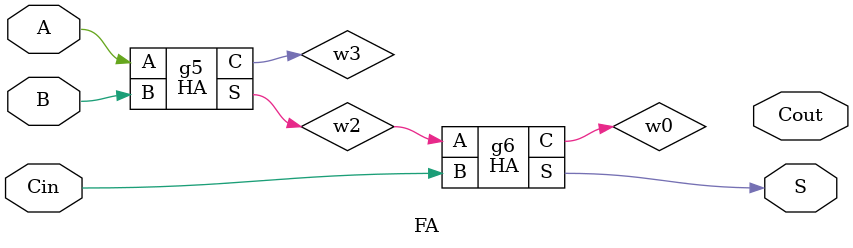
<source format=v>

module HA(C, S, B, A);
//: interface  /sz:(97, 93) /bd:[ Li0>A(25/93) Li1>B(65/93) Ro0<S(25/93) Ro1<C(66/93) ]
input B;    //: /sn:0 {0}(229,171)(256,171){1}
//: {2}(260,171)(287,171){3}
//: {4}(258,173)(258,197)(287,197){5}
input A;    //: /sn:0 {0}(228,146)(243,146)(243,166)(272,166){1}
//: {2}(276,166)(287,166){3}
//: {4}(274,168)(274,192)(287,192){5}
output C;    //: /sn:0 /dp:1 {0}(308,195)(341,195){1}
output S;    //: /sn:0 /dp:1 {0}(308,169)(340,169){1}
//: enddecls

  xor g4 (.I0(A), .I1(B), .Z(S));   //: @(298,169) /sn:0 /delay:" 4" /w:[ 3 3 0 ]
  //: output g3 (C) @(338,195) /sn:0 /w:[ 1 ]
  //: output g2 (S) @(337,169) /sn:0 /w:[ 1 ]
  //: input g1 (B) @(227,171) /sn:0 /w:[ 0 ]
  //: joint g6 (A) @(274, 166) /w:[ 2 -1 1 4 ]
  //: joint g7 (B) @(258, 171) /w:[ 2 -1 1 4 ]
  and g5 (.I0(A), .I1(B), .Z(C));   //: @(298,195) /sn:0 /delay:" 3" /w:[ 5 5 0 ]
  //: input g0 (A) @(226,146) /sn:0 /w:[ 0 ]

endmodule

module main;    //: root_module
wire w6;    //: /sn:0 {0}(296,73)(296,132){1}
wire w4;    //: /sn:0 {0}(327,162)(405,162){1}
wire w0;    //: /sn:0 {0}(175,175)(225,175){1}
wire w3;    //: /sn:0 {0}(327,201)(405,201){1}
wire w5;    //: /sn:0 {0}(253,73)(253,132){1}
//: enddecls

  led g4 (.I(w4));   //: @(412,162) /sn:0 /R:3 /w:[ 1 ] /type:2
  //: switch g3 (w0) @(158,175) /sn:0 /w:[ 0 ] /st:1
  //: switch g2 (w6) @(296,60) /sn:0 /R:3 /w:[ 0 ] /st:1
  //: switch g1 (w5) @(253,60) /sn:0 /R:3 /w:[ 0 ] /st:1
  led g5 (.I(w3));   //: @(412,201) /sn:0 /R:3 /w:[ 1 ] /type:2
  FA g0 (.A(w5), .B(w6), .Cin(w0), .Cout(w4), .S(w3));   //: @(226, 133) /sz:(100, 89) /sn:0 /p:[ Ti0>1 Ti1>1 Li0>1 Ro0<0 Ro1<0 ]

endmodule

module FA(Cout, S, Cin, B, A);
//: interface  /sz:(100, 89) /bd:[ Ti0>A(27/100) Ti1>B(70/100) Li0>Cin(42/89) Ro0<Cout(29/89) Ro1<S(68/89) ]
input B;    //: /sn:0 {0}(413,322)(511,322){1}
input A;    //: /sn:0 {0}(409,282)(511,282){1}
input Cin;    //: /sn:0 {0}(407,238)(670,238){1}
output Cout;    //: /sn:0 {0}(871,287)(826,287){1}
output S;    //: /sn:0 /dp:1 {0}(769,243)(873,243){1}
wire w0;    //: /sn:0 /dp:1 {0}(805,284)(769,284){1}
wire w3;    //: /sn:0 {0}(610,323)(796,323)(796,289)(805,289){1}
wire w2;    //: /sn:0 {0}(610,282)(670,282){1}
//: enddecls

  //: output g4 (Cout) @(868,287) /sn:0 /w:[ 0 ]
  //: output g3 (S) @(870,243) /sn:0 /w:[ 1 ]
  //: input g2 (Cin) @(405,238) /sn:0 /w:[ 0 ]
  //: input g1 (B) @(411,322) /sn:0 /w:[ 0 ]
  HA g6 (.B(Cin), .A(w2), .C(w0), .S(S));   //: @(671, 218) /sz:(97, 93) /sn:0 /p:[ Li0>1 Li1>1 Ro0<1 Ro1<0 ]
  or g7 (.I0(w0), .I1(w3), .Z(Cout));   //: @(816,287) /sn:0 /delay:" 3" /w:[ 0 1 1 ]
  HA g5 (.B(B), .A(A), .C(w3), .S(w2));   //: @(512, 257) /sz:(97, 93) /sn:0 /p:[ Li0>1 Li1>1 Ro0<0 Ro1<0 ]
  //: input g0 (A) @(407,282) /sn:0 /w:[ 0 ]

endmodule

</source>
